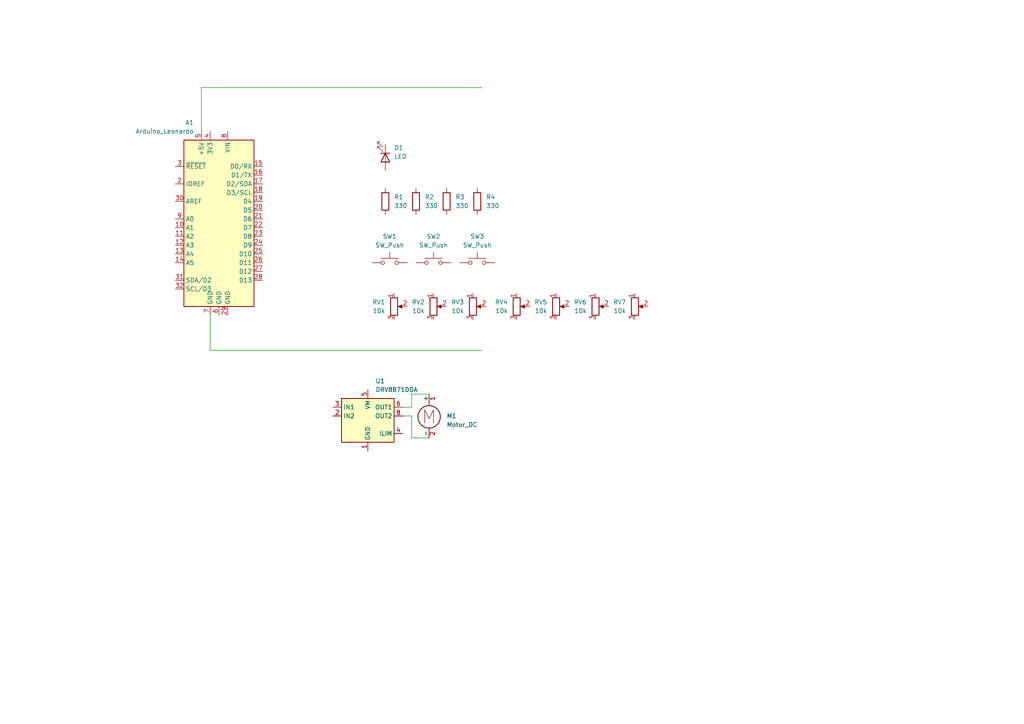
<source format=kicad_sch>
(kicad_sch (version 20231120) (generator "eeschema") (generator_version "8.0")
  (paper "A4")
  (lib_symbols
    (symbol "Device:LED" (pin_numbers hide) (pin_names (offset 1.016) hide)
      (property "Reference" "D" (at 0 2.54 0))
      (property "Value" "LED" (at 0 -2.54 0))
      (symbol "LED_0_1"
        (polyline (pts (xy -1.27 -1.27) (xy -1.27 1.27)) (stroke (width 0.254)))
        (polyline (pts (xy -1.27 0) (xy 1.27 0)))
        (polyline (pts (xy 1.27 -1.27) (xy 1.27 1.27) (xy -1.27 0) (xy 1.27 -1.27)) (stroke (width 0.254)))
        (polyline (pts (xy -3.048 -0.762) (xy -4.572 -2.286) (xy -3.81 -2.286) (xy -4.572 -2.286) (xy -4.572 -1.524)))
        (polyline (pts (xy -1.778 -0.762) (xy -3.302 -2.286) (xy -2.54 -2.286) (xy -3.302 -2.286) (xy -3.302 -1.524)))
      )
      (symbol "LED_1_1"
        (pin passive line (at -3.81 0 0) (length 2.54) (name "K") (number "1"))
        (pin passive line (at 3.81 0 180) (length 2.54) (name "A") (number "2"))
      )
    )
    (symbol "Device:R" (pin_numbers hide) (pin_names (offset 0))
      (property "Reference" "R" (at 2.032 0 90))
      (property "Value" "R" (at 0 0 90))
      (symbol "R_0_1"
        (rectangle (start -1.016 -2.54) (end 1.016 2.54) (stroke (width 0.254)))
      )
      (symbol "R_1_1"
        (pin passive line (at 0 3.81 270) (length 1.27) (name "~") (number "1"))
        (pin passive line (at 0 -3.81 90) (length 1.27) (name "~") (number "2"))
      )
    )
    (symbol "Device:R_Potentiometer" (pin_names (offset 1.016) hide)
      (property "Reference" "RV" (at -4.445 0 90))
      (property "Value" "R_Potentiometer" (at -2.54 0 90))
      (symbol "R_Potentiometer_0_1"
        (polyline (pts (xy 2.54 0) (xy 1.524 0)))
        (polyline (pts (xy 1.143 0) (xy 2.286 0.508) (xy 2.286 -0.508) (xy 1.143 0)) (fill (type outline)))
        (rectangle (start 1.016 2.54) (end -1.016 -2.54) (stroke (width 0.254)))
      )
      (symbol "R_Potentiometer_1_1"
        (pin passive line (at 0 3.81 270) (length 1.27) (name "1") (number "1"))
        (pin passive line (at 3.81 0 180) (length 1.27) (name "2") (number "2"))
        (pin passive line (at 0 -3.81 90) (length 1.27) (name "3") (number "3"))
      )
    )
    (symbol "Driver_Motor:DRV8871DDA"
      (property "Reference" "U" (at -6.35 6.35 0))
      (property "Value" "DRV8871DDA" (at 8.89 6.35 0))
      (symbol "DRV8871DDA_0_1"
        (rectangle (start -7.62 5.08) (end 7.62 -7.62) (stroke (width 0.254)) (fill (type background)))
      )
      (symbol "DRV8871DDA_1_1"
        (pin power_in line (at 0 -10.16 90) (length 2.54) (name "GND") (number "1"))
        (pin input line (at -10.16 0 0) (length 2.54) (name "IN2") (number "2"))
        (pin input line (at -10.16 2.54 0) (length 2.54) (name "IN1") (number "3"))
        (pin passive line (at 10.16 -5.08 180) (length 2.54) (name "ILIM") (number "4"))
        (pin power_in line (at 0 7.62 270) (length 2.54) (name "VM") (number "5"))
        (pin output line (at 10.16 2.54 180) (length 2.54) (name "OUT1") (number "6"))
        (pin passive line (at 0 -10.16 90) (length 2.54) hide (name "GND") (number "7"))
        (pin output line (at 10.16 0 180) (length 2.54) (name "OUT2") (number "8"))
        (pin passive line (at 0 -10.16 90) (length 2.54) hide (name "GND") (number "9"))
      )
    )
    (symbol "MCU_Module:Arduino_Leonardo"
      (property "Reference" "A" (at -10.16 23.495 0))
      (property "Value" "Arduino_Leonardo" (at 5.08 -26.67 0))
      (symbol "Arduino_Leonardo_0_1"
        (rectangle (start -10.16 22.86) (end 10.16 -25.4) (stroke (width 0.254)) (fill (type background)))
      )
      (symbol "Arduino_Leonardo_1_1"
        (pin no_connect line (at -10.16 -20.32 0) (length 2.54) hide (name "NC") (number "1"))
        (pin bidirectional line (at 12.7 -2.54 180) (length 2.54) (name "A1") (number "10"))
        (pin bidirectional line (at 12.7 -5.08 180) (length 2.54) (name "A2") (number "11"))
        (pin bidirectional line (at 12.7 -7.62 180) (length 2.54) (name "A3") (number "12"))
        (pin bidirectional line (at 12.7 -10.16 180) (length 2.54) (name "A4") (number "13"))
        (pin bidirectional line (at 12.7 -12.7 180) (length 2.54) (name "A5") (number "14"))
        (pin bidirectional line (at -12.7 15.24 0) (length 2.54) (name "D0/RX") (number "15"))
        (pin bidirectional line (at -12.7 12.7 0) (length 2.54) (name "D1/TX") (number "16"))
        (pin bidirectional line (at -12.7 10.16 0) (length 2.54) (name "D2/SDA") (number "17"))
        (pin bidirectional line (at -12.7 7.62 0) (length 2.54) (name "D3/SCL") (number "18"))
        (pin bidirectional line (at -12.7 5.08 0) (length 2.54) (name "D4") (number "19"))
        (pin output line (at 12.7 10.16 180) (length 2.54) (name "IOREF") (number "2"))
        (pin bidirectional line (at -12.7 2.54 0) (length 2.54) (name "D5") (number "20"))
        (pin bidirectional line (at -12.7 0 0) (length 2.54) (name "D6") (number "21"))
        (pin bidirectional line (at -12.7 -2.54 0) (length 2.54) (name "D7") (number "22"))
        (pin bidirectional line (at -12.7 -5.08 0) (length 2.54) (name "D8") (number "23"))
        (pin bidirectional line (at -12.7 -7.62 0) (length 2.54) (name "D9") (number "24"))
        (pin bidirectional line (at -12.7 -10.16 0) (length 2.54) (name "D10") (number "25"))
        (pin bidirectional line (at -12.7 -12.7 0) (length 2.54) (name "D11") (number "26"))
        (pin bidirectional line (at -12.7 -15.24 0) (length 2.54) (name "D12") (number "27"))
        (pin bidirectional line (at -12.7 -17.78 0) (length 2.54) (name "D13") (number "28"))
        (pin power_in line (at -2.54 -27.94 90) (length 2.54) (name "GND") (number "29"))
        (pin input line (at 12.7 15.24 180) (length 2.54) (name "~{RESET}") (number "3"))
        (pin input line (at 12.7 5.08 180) (length 2.54) (name "AREF") (number "30"))
        (pin bidirectional line (at 12.7 -17.78 180) (length 2.54) (name "SDA/D2") (number "31"))
        (pin bidirectional line (at 12.7 -20.32 180) (length 2.54) (name "SCL/D3") (number "32"))
        (pin power_out line (at 2.54 25.4 270) (length 2.54) (name "3V3") (number "4"))
        (pin power_out line (at 5.08 25.4 270) (length 2.54) (name "+5V") (number "5"))
        (pin power_in line (at 0 -27.94 90) (length 2.54) (name "GND") (number "6"))
        (pin power_in line (at 2.54 -27.94 90) (length 2.54) (name "GND") (number "7"))
        (pin power_in line (at -2.54 25.4 270) (length 2.54) (name "VIN") (number "8"))
        (pin bidirectional line (at 12.7 0 180) (length 2.54) (name "A0") (number "9"))
      )
    )
    (symbol "Motor:Motor_DC" (pin_names (offset 0))
      (property "Reference" "M" (at 2.54 2.54 0))
      (property "Value" "Motor_DC" (at 2.54 -5.08 0))
      (symbol "Motor_DC_0_0"
        (polyline (pts (xy -1.27 -3.302) (xy -1.27 0.508) (xy 0 -2.032) (xy 1.27 0.508) (xy 1.27 -3.302)))
      )
      (symbol "Motor_DC_0_1"
        (circle (center 0 -1.524) (radius 3.2512) (stroke (width 0.254)))
        (polyline (pts (xy 0 -7.62) (xy 0 -7.112)))
        (polyline (pts (xy 0 -4.7752) (xy 0 -5.1816)))
        (polyline (pts (xy 0 1.7272) (xy 0 2.0828)))
        (polyline (pts (xy 0 2.032) (xy 0 2.54)))
      )
      (symbol "Motor_DC_1_1"
        (pin passive line (at 0 5.08 270) (length 2.54) (name "+") (number "1"))
        (pin passive line (at 0 -7.62 90) (length 2.54) (name "-") (number "2"))
      )
    )
    (symbol "Switch:SW_Push" (pin_numbers hide) (pin_names (offset 1.016) hide)
      (property "Reference" "SW" (at 1.27 2.54 0))
      (property "Value" "SW_Push" (at 0 -1.524 0))
      (symbol "SW_Push_0_1"
        (circle (center -2.032 0) (radius 0.508))
        (polyline (pts (xy 0 1.27) (xy 0 3.048)))
        (polyline (pts (xy 2.54 1.27) (xy -2.54 1.27)))
        (circle (center 2.032 0) (radius 0.508))
        (pin passive line (at -5.08 0 0) (length 2.54) (name "1") (number "1"))
        (pin passive line (at 5.08 0 180) (length 2.54) (name "2") (number "2"))
      )
    )
  )
  (wire (pts (xy 119.38 120.65) (xy 119.38 127)))
  (wire (pts (xy 58.42 38.1) (xy 58.42 25.4)))
  (wire (pts (xy 119.38 127) (xy 124.46 127)))
  (wire (pts (xy 60.96 101.6) (xy 139.7 101.6)))
  (wire (pts (xy 60.96 91.44) (xy 60.96 101.6)))
  (wire (pts (xy 58.42 25.4) (xy 139.7 25.4)))
  (wire (pts (xy 116.84 120.65) (xy 119.38 120.65)))
  (wire (pts (xy 119.38 118.11) (xy 119.38 114.3)))
  (wire (pts (xy 119.38 114.3) (xy 124.46 114.3)))
  (wire (pts (xy 116.84 118.11) (xy 119.38 118.11)))
  (symbol (lib_id "Device:R_Potentiometer") (at 161.29 88.9 0) (unit 1)
    (property "Reference" "RV5" (at 158.75 87.6299 0) (effects (justify right)))
    (property "Value" "10k" (at 158.75 90.1699 0) (effects (justify right)))
    (property "Description" "Potentiometer" (effects (hide yes)))
  )
  (symbol (lib_id "Switch:SW_Push") (at 113.03 76.2 0) (unit 1)
    (property "Reference" "SW1" (at 113.03 68.58 0))
    (property "Value" "SW_Push" (at 113.03 71.12 0))
    (property "Description" "Push button switch, generic, two pins" (effects (hide yes)))
  )
  (symbol (lib_id "MCU_Module:Arduino_Leonardo") (at 63.5 63.5 0) (mirror y) (unit 1)
    (property "Reference" "A1" (at 56.2259 35.56 0) (effects (justify left)))
    (property "Value" "Arduino_Leonardo" (at 56.2259 38.1 0) (effects (justify left)))
    (property "Footprint" "Module:Arduino_UNO_R3" (effects (hide yes)))
    (property "Datasheet" "https://www.arduino.cc/en/Main/ArduinoBoardLeonardo" (effects (hide yes)))
    (property "Description" "Arduino LEONARDO Microcontroller Module" (effects (hide yes)))
  )
  (symbol (lib_id "Switch:SW_Push") (at 125.73 76.2 0) (unit 1)
    (property "Reference" "SW2" (at 125.73 68.58 0))
    (property "Value" "SW_Push" (at 125.73 71.12 0))
    (property "Description" "Push button switch, generic, two pins" (effects (hide yes)))
  )
  (symbol (lib_id "Device:R") (at 138.43 58.42 0) (unit 1)
    (property "Reference" "R4" (at 140.97 57.1499 0) (effects (justify left)))
    (property "Value" "330" (at 140.97 59.6899 0) (effects (justify left)))
    (property "Description" "Resistor" (effects (hide yes)))
  )
  (symbol (lib_id "Device:R_Potentiometer") (at 149.86 88.9 0) (unit 1)
    (property "Reference" "RV4" (at 147.32 87.6299 0) (effects (justify right)))
    (property "Value" "10k" (at 147.32 90.1699 0) (effects (justify right)))
    (property "Description" "Potentiometer" (effects (hide yes)))
  )
  (symbol (lib_id "Device:R_Potentiometer") (at 137.16 88.9 0) (unit 1)
    (property "Reference" "RV3" (at 134.62 87.6299 0) (effects (justify right)))
    (property "Value" "10k" (at 134.62 90.1699 0) (effects (justify right)))
    (property "Description" "Potentiometer" (effects (hide yes)))
  )
  (symbol (lib_id "Device:LED") (at 111.76 45.72 270) (unit 1)
    (property "Reference" "D1" (at 114.3 42.8624 90) (effects (justify left)))
    (property "Value" "LED" (at 114.3 45.4024 90) (effects (justify left)))
    (property "Description" "Light emitting diode" (effects (hide yes)))
  )
  (symbol (lib_id "Device:R_Potentiometer") (at 125.73 88.9 0) (unit 1)
    (property "Reference" "RV2" (at 123.19 87.6299 0) (effects (justify right)))
    (property "Value" "10k" (at 123.19 90.1699 0) (effects (justify right)))
    (property "Description" "Potentiometer" (effects (hide yes)))
  )
  (symbol (lib_id "Driver_Motor:DRV8871DDA") (at 106.68 120.65 0) (unit 1)
    (property "Reference" "U1" (at 108.8741 110.49 0) (effects (justify left)))
    (property "Value" "DRV8871DDA" (at 108.8741 113.03 0) (effects (justify left)))
    (property "Footprint" "Package_SO:Texas_HTSOP-8-1EP_3.9x4.9mm_P1.27mm_EP2.95x4.9mm_Mask2.4x3.1mm_ThermalVias" (effects (hide yes)))
    (property "Datasheet" "http://www.ti.com/lit/ds/symlink/drv8871.pdf" (effects (hide yes)))
    (property "Description" "Brushed DC Motor Driver, PWM Control, 45V, 3.6A, Current limiting, HTSOP-8" (effects (hide yes)))
  )
  (symbol (lib_id "Switch:SW_Push") (at 138.43 76.2 0) (unit 1)
    (property "Reference" "SW3" (at 138.43 68.58 0))
    (property "Value" "SW_Push" (at 138.43 71.12 0))
    (property "Description" "Push button switch, generic, two pins" (effects (hide yes)))
  )
  (symbol (lib_id "Device:R") (at 111.76 58.42 0) (unit 1)
    (property "Reference" "R1" (at 114.3 57.1499 0) (effects (justify left)))
    (property "Value" "330" (at 114.3 59.6899 0) (effects (justify left)))
    (property "Description" "Resistor" (effects (hide yes)))
  )
  (symbol (lib_id "Motor:Motor_DC") (at 124.46 119.38 0) (unit 1)
    (property "Reference" "M1" (at 129.54 120.6499 0) (effects (justify left)))
    (property "Value" "Motor_DC" (at 129.54 123.1899 0) (effects (justify left)))
    (property "Description" "DC Motor" (effects (hide yes)))
  )
  (symbol (lib_id "Device:R") (at 120.65 58.42 0) (unit 1)
    (property "Reference" "R2" (at 123.19 57.1499 0) (effects (justify left)))
    (property "Value" "330" (at 123.19 59.6899 0) (effects (justify left)))
    (property "Description" "Resistor" (effects (hide yes)))
  )
  (symbol (lib_id "Device:R_Potentiometer") (at 114.3 88.9 0) (unit 1)
    (property "Reference" "RV1" (at 111.76 87.6299 0) (effects (justify right)))
    (property "Value" "10k" (at 111.76 90.1699 0) (effects (justify right)))
    (property "Description" "Potentiometer" (effects (hide yes)))
  )
  (symbol (lib_id "Device:R") (at 129.54 58.42 0) (unit 1)
    (property "Reference" "R3" (at 132.08 57.1499 0) (effects (justify left)))
    (property "Value" "330" (at 132.08 59.6899 0) (effects (justify left)))
    (property "Description" "Resistor" (effects (hide yes)))
  )
  (symbol (lib_id "Device:R_Potentiometer") (at 184.15 88.9 0) (unit 1)
    (property "Reference" "RV7" (at 181.61 87.6299 0) (effects (justify right)))
    (property "Value" "10k" (at 181.61 90.1699 0) (effects (justify right)))
    (property "Description" "Potentiometer" (effects (hide yes)))
  )
  (symbol (lib_id "Device:R_Potentiometer") (at 172.72 88.9 0) (unit 1)
    (property "Reference" "RV6" (at 170.18 87.6299 0) (effects (justify right)))
    (property "Value" "10k" (at 170.18 90.1699 0) (effects (justify right)))
    (property "Description" "Potentiometer" (effects (hide yes)))
  )
)
</source>
